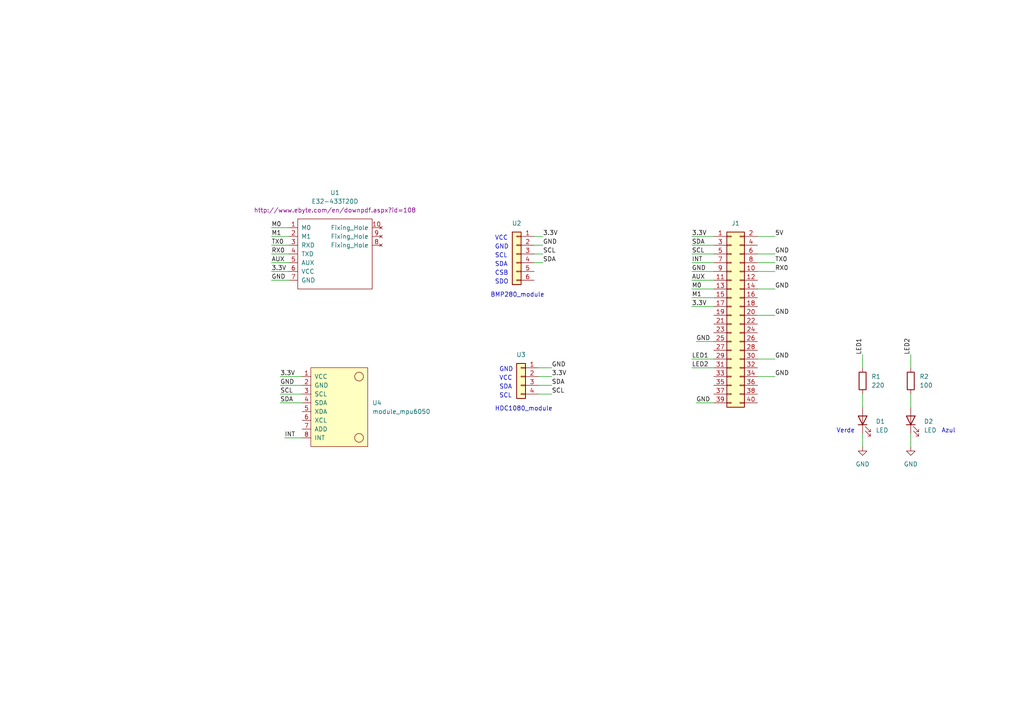
<source format=kicad_sch>
(kicad_sch (version 20211123) (generator eeschema)

  (uuid 4dc1ffec-b3a8-4aa0-b06d-8cb7b7ea63c6)

  (paper "A4")

  (title_block
    (title "CubeSat - Sensoriamento e Telecomunicação")
    (date "2023-10-06")
    (rev "1.0")
  )

  (lib_symbols
    (symbol "Connector_Generic:Conn_01x04" (pin_names (offset 1.016) hide) (in_bom yes) (on_board yes)
      (property "Reference" "J" (id 0) (at 0 5.08 0)
        (effects (font (size 1.27 1.27)))
      )
      (property "Value" "Conn_01x04" (id 1) (at 0 -7.62 0)
        (effects (font (size 1.27 1.27)))
      )
      (property "Footprint" "" (id 2) (at 0 0 0)
        (effects (font (size 1.27 1.27)) hide)
      )
      (property "Datasheet" "~" (id 3) (at 0 0 0)
        (effects (font (size 1.27 1.27)) hide)
      )
      (property "ki_keywords" "connector" (id 4) (at 0 0 0)
        (effects (font (size 1.27 1.27)) hide)
      )
      (property "ki_description" "Generic connector, single row, 01x04, script generated (kicad-library-utils/schlib/autogen/connector/)" (id 5) (at 0 0 0)
        (effects (font (size 1.27 1.27)) hide)
      )
      (property "ki_fp_filters" "Connector*:*_1x??_*" (id 6) (at 0 0 0)
        (effects (font (size 1.27 1.27)) hide)
      )
      (symbol "Conn_01x04_1_1"
        (rectangle (start -1.27 -4.953) (end 0 -5.207)
          (stroke (width 0.1524) (type default) (color 0 0 0 0))
          (fill (type none))
        )
        (rectangle (start -1.27 -2.413) (end 0 -2.667)
          (stroke (width 0.1524) (type default) (color 0 0 0 0))
          (fill (type none))
        )
        (rectangle (start -1.27 0.127) (end 0 -0.127)
          (stroke (width 0.1524) (type default) (color 0 0 0 0))
          (fill (type none))
        )
        (rectangle (start -1.27 2.667) (end 0 2.413)
          (stroke (width 0.1524) (type default) (color 0 0 0 0))
          (fill (type none))
        )
        (rectangle (start -1.27 3.81) (end 1.27 -6.35)
          (stroke (width 0.254) (type default) (color 0 0 0 0))
          (fill (type background))
        )
        (pin passive line (at -5.08 2.54 0) (length 3.81)
          (name "Pin_1" (effects (font (size 1.27 1.27))))
          (number "1" (effects (font (size 1.27 1.27))))
        )
        (pin passive line (at -5.08 0 0) (length 3.81)
          (name "Pin_2" (effects (font (size 1.27 1.27))))
          (number "2" (effects (font (size 1.27 1.27))))
        )
        (pin passive line (at -5.08 -2.54 0) (length 3.81)
          (name "Pin_3" (effects (font (size 1.27 1.27))))
          (number "3" (effects (font (size 1.27 1.27))))
        )
        (pin passive line (at -5.08 -5.08 0) (length 3.81)
          (name "Pin_4" (effects (font (size 1.27 1.27))))
          (number "4" (effects (font (size 1.27 1.27))))
        )
      )
    )
    (symbol "Connector_Generic:Conn_01x06" (pin_names (offset 1.016) hide) (in_bom yes) (on_board yes)
      (property "Reference" "J" (id 0) (at 0 7.62 0)
        (effects (font (size 1.27 1.27)))
      )
      (property "Value" "Conn_01x06" (id 1) (at 0 -10.16 0)
        (effects (font (size 1.27 1.27)))
      )
      (property "Footprint" "" (id 2) (at 0 0 0)
        (effects (font (size 1.27 1.27)) hide)
      )
      (property "Datasheet" "~" (id 3) (at 0 0 0)
        (effects (font (size 1.27 1.27)) hide)
      )
      (property "ki_keywords" "connector" (id 4) (at 0 0 0)
        (effects (font (size 1.27 1.27)) hide)
      )
      (property "ki_description" "Generic connector, single row, 01x06, script generated (kicad-library-utils/schlib/autogen/connector/)" (id 5) (at 0 0 0)
        (effects (font (size 1.27 1.27)) hide)
      )
      (property "ki_fp_filters" "Connector*:*_1x??_*" (id 6) (at 0 0 0)
        (effects (font (size 1.27 1.27)) hide)
      )
      (symbol "Conn_01x06_1_1"
        (rectangle (start -1.27 -7.493) (end 0 -7.747)
          (stroke (width 0.1524) (type default) (color 0 0 0 0))
          (fill (type none))
        )
        (rectangle (start -1.27 -4.953) (end 0 -5.207)
          (stroke (width 0.1524) (type default) (color 0 0 0 0))
          (fill (type none))
        )
        (rectangle (start -1.27 -2.413) (end 0 -2.667)
          (stroke (width 0.1524) (type default) (color 0 0 0 0))
          (fill (type none))
        )
        (rectangle (start -1.27 0.127) (end 0 -0.127)
          (stroke (width 0.1524) (type default) (color 0 0 0 0))
          (fill (type none))
        )
        (rectangle (start -1.27 2.667) (end 0 2.413)
          (stroke (width 0.1524) (type default) (color 0 0 0 0))
          (fill (type none))
        )
        (rectangle (start -1.27 5.207) (end 0 4.953)
          (stroke (width 0.1524) (type default) (color 0 0 0 0))
          (fill (type none))
        )
        (rectangle (start -1.27 6.35) (end 1.27 -8.89)
          (stroke (width 0.254) (type default) (color 0 0 0 0))
          (fill (type background))
        )
        (pin passive line (at -5.08 5.08 0) (length 3.81)
          (name "Pin_1" (effects (font (size 1.27 1.27))))
          (number "1" (effects (font (size 1.27 1.27))))
        )
        (pin passive line (at -5.08 2.54 0) (length 3.81)
          (name "Pin_2" (effects (font (size 1.27 1.27))))
          (number "2" (effects (font (size 1.27 1.27))))
        )
        (pin passive line (at -5.08 0 0) (length 3.81)
          (name "Pin_3" (effects (font (size 1.27 1.27))))
          (number "3" (effects (font (size 1.27 1.27))))
        )
        (pin passive line (at -5.08 -2.54 0) (length 3.81)
          (name "Pin_4" (effects (font (size 1.27 1.27))))
          (number "4" (effects (font (size 1.27 1.27))))
        )
        (pin passive line (at -5.08 -5.08 0) (length 3.81)
          (name "Pin_5" (effects (font (size 1.27 1.27))))
          (number "5" (effects (font (size 1.27 1.27))))
        )
        (pin passive line (at -5.08 -7.62 0) (length 3.81)
          (name "Pin_6" (effects (font (size 1.27 1.27))))
          (number "6" (effects (font (size 1.27 1.27))))
        )
      )
    )
    (symbol "Connector_Generic:Conn_02x20_Odd_Even" (pin_names (offset 1.016) hide) (in_bom yes) (on_board yes)
      (property "Reference" "J" (id 0) (at 1.27 25.4 0)
        (effects (font (size 1.27 1.27)))
      )
      (property "Value" "Conn_02x20_Odd_Even" (id 1) (at 1.27 -27.94 0)
        (effects (font (size 1.27 1.27)))
      )
      (property "Footprint" "" (id 2) (at 0 0 0)
        (effects (font (size 1.27 1.27)) hide)
      )
      (property "Datasheet" "~" (id 3) (at 0 0 0)
        (effects (font (size 1.27 1.27)) hide)
      )
      (property "ki_keywords" "connector" (id 4) (at 0 0 0)
        (effects (font (size 1.27 1.27)) hide)
      )
      (property "ki_description" "Generic connector, double row, 02x20, odd/even pin numbering scheme (row 1 odd numbers, row 2 even numbers), script generated (kicad-library-utils/schlib/autogen/connector/)" (id 5) (at 0 0 0)
        (effects (font (size 1.27 1.27)) hide)
      )
      (property "ki_fp_filters" "Connector*:*_2x??_*" (id 6) (at 0 0 0)
        (effects (font (size 1.27 1.27)) hide)
      )
      (symbol "Conn_02x20_Odd_Even_1_1"
        (rectangle (start -1.27 -25.273) (end 0 -25.527)
          (stroke (width 0.1524) (type default) (color 0 0 0 0))
          (fill (type none))
        )
        (rectangle (start -1.27 -22.733) (end 0 -22.987)
          (stroke (width 0.1524) (type default) (color 0 0 0 0))
          (fill (type none))
        )
        (rectangle (start -1.27 -20.193) (end 0 -20.447)
          (stroke (width 0.1524) (type default) (color 0 0 0 0))
          (fill (type none))
        )
        (rectangle (start -1.27 -17.653) (end 0 -17.907)
          (stroke (width 0.1524) (type default) (color 0 0 0 0))
          (fill (type none))
        )
        (rectangle (start -1.27 -15.113) (end 0 -15.367)
          (stroke (width 0.1524) (type default) (color 0 0 0 0))
          (fill (type none))
        )
        (rectangle (start -1.27 -12.573) (end 0 -12.827)
          (stroke (width 0.1524) (type default) (color 0 0 0 0))
          (fill (type none))
        )
        (rectangle (start -1.27 -10.033) (end 0 -10.287)
          (stroke (width 0.1524) (type default) (color 0 0 0 0))
          (fill (type none))
        )
        (rectangle (start -1.27 -7.493) (end 0 -7.747)
          (stroke (width 0.1524) (type default) (color 0 0 0 0))
          (fill (type none))
        )
        (rectangle (start -1.27 -4.953) (end 0 -5.207)
          (stroke (width 0.1524) (type default) (color 0 0 0 0))
          (fill (type none))
        )
        (rectangle (start -1.27 -2.413) (end 0 -2.667)
          (stroke (width 0.1524) (type default) (color 0 0 0 0))
          (fill (type none))
        )
        (rectangle (start -1.27 0.127) (end 0 -0.127)
          (stroke (width 0.1524) (type default) (color 0 0 0 0))
          (fill (type none))
        )
        (rectangle (start -1.27 2.667) (end 0 2.413)
          (stroke (width 0.1524) (type default) (color 0 0 0 0))
          (fill (type none))
        )
        (rectangle (start -1.27 5.207) (end 0 4.953)
          (stroke (width 0.1524) (type default) (color 0 0 0 0))
          (fill (type none))
        )
        (rectangle (start -1.27 7.747) (end 0 7.493)
          (stroke (width 0.1524) (type default) (color 0 0 0 0))
          (fill (type none))
        )
        (rectangle (start -1.27 10.287) (end 0 10.033)
          (stroke (width 0.1524) (type default) (color 0 0 0 0))
          (fill (type none))
        )
        (rectangle (start -1.27 12.827) (end 0 12.573)
          (stroke (width 0.1524) (type default) (color 0 0 0 0))
          (fill (type none))
        )
        (rectangle (start -1.27 15.367) (end 0 15.113)
          (stroke (width 0.1524) (type default) (color 0 0 0 0))
          (fill (type none))
        )
        (rectangle (start -1.27 17.907) (end 0 17.653)
          (stroke (width 0.1524) (type default) (color 0 0 0 0))
          (fill (type none))
        )
        (rectangle (start -1.27 20.447) (end 0 20.193)
          (stroke (width 0.1524) (type default) (color 0 0 0 0))
          (fill (type none))
        )
        (rectangle (start -1.27 22.987) (end 0 22.733)
          (stroke (width 0.1524) (type default) (color 0 0 0 0))
          (fill (type none))
        )
        (rectangle (start -1.27 24.13) (end 3.81 -26.67)
          (stroke (width 0.254) (type default) (color 0 0 0 0))
          (fill (type background))
        )
        (rectangle (start 3.81 -25.273) (end 2.54 -25.527)
          (stroke (width 0.1524) (type default) (color 0 0 0 0))
          (fill (type none))
        )
        (rectangle (start 3.81 -22.733) (end 2.54 -22.987)
          (stroke (width 0.1524) (type default) (color 0 0 0 0))
          (fill (type none))
        )
        (rectangle (start 3.81 -20.193) (end 2.54 -20.447)
          (stroke (width 0.1524) (type default) (color 0 0 0 0))
          (fill (type none))
        )
        (rectangle (start 3.81 -17.653) (end 2.54 -17.907)
          (stroke (width 0.1524) (type default) (color 0 0 0 0))
          (fill (type none))
        )
        (rectangle (start 3.81 -15.113) (end 2.54 -15.367)
          (stroke (width 0.1524) (type default) (color 0 0 0 0))
          (fill (type none))
        )
        (rectangle (start 3.81 -12.573) (end 2.54 -12.827)
          (stroke (width 0.1524) (type default) (color 0 0 0 0))
          (fill (type none))
        )
        (rectangle (start 3.81 -10.033) (end 2.54 -10.287)
          (stroke (width 0.1524) (type default) (color 0 0 0 0))
          (fill (type none))
        )
        (rectangle (start 3.81 -7.493) (end 2.54 -7.747)
          (stroke (width 0.1524) (type default) (color 0 0 0 0))
          (fill (type none))
        )
        (rectangle (start 3.81 -4.953) (end 2.54 -5.207)
          (stroke (width 0.1524) (type default) (color 0 0 0 0))
          (fill (type none))
        )
        (rectangle (start 3.81 -2.413) (end 2.54 -2.667)
          (stroke (width 0.1524) (type default) (color 0 0 0 0))
          (fill (type none))
        )
        (rectangle (start 3.81 0.127) (end 2.54 -0.127)
          (stroke (width 0.1524) (type default) (color 0 0 0 0))
          (fill (type none))
        )
        (rectangle (start 3.81 2.667) (end 2.54 2.413)
          (stroke (width 0.1524) (type default) (color 0 0 0 0))
          (fill (type none))
        )
        (rectangle (start 3.81 5.207) (end 2.54 4.953)
          (stroke (width 0.1524) (type default) (color 0 0 0 0))
          (fill (type none))
        )
        (rectangle (start 3.81 7.747) (end 2.54 7.493)
          (stroke (width 0.1524) (type default) (color 0 0 0 0))
          (fill (type none))
        )
        (rectangle (start 3.81 10.287) (end 2.54 10.033)
          (stroke (width 0.1524) (type default) (color 0 0 0 0))
          (fill (type none))
        )
        (rectangle (start 3.81 12.827) (end 2.54 12.573)
          (stroke (width 0.1524) (type default) (color 0 0 0 0))
          (fill (type none))
        )
        (rectangle (start 3.81 15.367) (end 2.54 15.113)
          (stroke (width 0.1524) (type default) (color 0 0 0 0))
          (fill (type none))
        )
        (rectangle (start 3.81 17.907) (end 2.54 17.653)
          (stroke (width 0.1524) (type default) (color 0 0 0 0))
          (fill (type none))
        )
        (rectangle (start 3.81 20.447) (end 2.54 20.193)
          (stroke (width 0.1524) (type default) (color 0 0 0 0))
          (fill (type none))
        )
        (rectangle (start 3.81 22.987) (end 2.54 22.733)
          (stroke (width 0.1524) (type default) (color 0 0 0 0))
          (fill (type none))
        )
        (pin passive line (at -5.08 22.86 0) (length 3.81)
          (name "Pin_1" (effects (font (size 1.27 1.27))))
          (number "1" (effects (font (size 1.27 1.27))))
        )
        (pin passive line (at 7.62 12.7 180) (length 3.81)
          (name "Pin_10" (effects (font (size 1.27 1.27))))
          (number "10" (effects (font (size 1.27 1.27))))
        )
        (pin passive line (at -5.08 10.16 0) (length 3.81)
          (name "Pin_11" (effects (font (size 1.27 1.27))))
          (number "11" (effects (font (size 1.27 1.27))))
        )
        (pin passive line (at 7.62 10.16 180) (length 3.81)
          (name "Pin_12" (effects (font (size 1.27 1.27))))
          (number "12" (effects (font (size 1.27 1.27))))
        )
        (pin passive line (at -5.08 7.62 0) (length 3.81)
          (name "Pin_13" (effects (font (size 1.27 1.27))))
          (number "13" (effects (font (size 1.27 1.27))))
        )
        (pin passive line (at 7.62 7.62 180) (length 3.81)
          (name "Pin_14" (effects (font (size 1.27 1.27))))
          (number "14" (effects (font (size 1.27 1.27))))
        )
        (pin passive line (at -5.08 5.08 0) (length 3.81)
          (name "Pin_15" (effects (font (size 1.27 1.27))))
          (number "15" (effects (font (size 1.27 1.27))))
        )
        (pin passive line (at 7.62 5.08 180) (length 3.81)
          (name "Pin_16" (effects (font (size 1.27 1.27))))
          (number "16" (effects (font (size 1.27 1.27))))
        )
        (pin passive line (at -5.08 2.54 0) (length 3.81)
          (name "Pin_17" (effects (font (size 1.27 1.27))))
          (number "17" (effects (font (size 1.27 1.27))))
        )
        (pin passive line (at 7.62 2.54 180) (length 3.81)
          (name "Pin_18" (effects (font (size 1.27 1.27))))
          (number "18" (effects (font (size 1.27 1.27))))
        )
        (pin passive line (at -5.08 0 0) (length 3.81)
          (name "Pin_19" (effects (font (size 1.27 1.27))))
          (number "19" (effects (font (size 1.27 1.27))))
        )
        (pin passive line (at 7.62 22.86 180) (length 3.81)
          (name "Pin_2" (effects (font (size 1.27 1.27))))
          (number "2" (effects (font (size 1.27 1.27))))
        )
        (pin passive line (at 7.62 0 180) (length 3.81)
          (name "Pin_20" (effects (font (size 1.27 1.27))))
          (number "20" (effects (font (size 1.27 1.27))))
        )
        (pin passive line (at -5.08 -2.54 0) (length 3.81)
          (name "Pin_21" (effects (font (size 1.27 1.27))))
          (number "21" (effects (font (size 1.27 1.27))))
        )
        (pin passive line (at 7.62 -2.54 180) (length 3.81)
          (name "Pin_22" (effects (font (size 1.27 1.27))))
          (number "22" (effects (font (size 1.27 1.27))))
        )
        (pin passive line (at -5.08 -5.08 0) (length 3.81)
          (name "Pin_23" (effects (font (size 1.27 1.27))))
          (number "23" (effects (font (size 1.27 1.27))))
        )
        (pin passive line (at 7.62 -5.08 180) (length 3.81)
          (name "Pin_24" (effects (font (size 1.27 1.27))))
          (number "24" (effects (font (size 1.27 1.27))))
        )
        (pin passive line (at -5.08 -7.62 0) (length 3.81)
          (name "Pin_25" (effects (font (size 1.27 1.27))))
          (number "25" (effects (font (size 1.27 1.27))))
        )
        (pin passive line (at 7.62 -7.62 180) (length 3.81)
          (name "Pin_26" (effects (font (size 1.27 1.27))))
          (number "26" (effects (font (size 1.27 1.27))))
        )
        (pin passive line (at -5.08 -10.16 0) (length 3.81)
          (name "Pin_27" (effects (font (size 1.27 1.27))))
          (number "27" (effects (font (size 1.27 1.27))))
        )
        (pin passive line (at 7.62 -10.16 180) (length 3.81)
          (name "Pin_28" (effects (font (size 1.27 1.27))))
          (number "28" (effects (font (size 1.27 1.27))))
        )
        (pin passive line (at -5.08 -12.7 0) (length 3.81)
          (name "Pin_29" (effects (font (size 1.27 1.27))))
          (number "29" (effects (font (size 1.27 1.27))))
        )
        (pin passive line (at -5.08 20.32 0) (length 3.81)
          (name "Pin_3" (effects (font (size 1.27 1.27))))
          (number "3" (effects (font (size 1.27 1.27))))
        )
        (pin passive line (at 7.62 -12.7 180) (length 3.81)
          (name "Pin_30" (effects (font (size 1.27 1.27))))
          (number "30" (effects (font (size 1.27 1.27))))
        )
        (pin passive line (at -5.08 -15.24 0) (length 3.81)
          (name "Pin_31" (effects (font (size 1.27 1.27))))
          (number "31" (effects (font (size 1.27 1.27))))
        )
        (pin passive line (at 7.62 -15.24 180) (length 3.81)
          (name "Pin_32" (effects (font (size 1.27 1.27))))
          (number "32" (effects (font (size 1.27 1.27))))
        )
        (pin passive line (at -5.08 -17.78 0) (length 3.81)
          (name "Pin_33" (effects (font (size 1.27 1.27))))
          (number "33" (effects (font (size 1.27 1.27))))
        )
        (pin passive line (at 7.62 -17.78 180) (length 3.81)
          (name "Pin_34" (effects (font (size 1.27 1.27))))
          (number "34" (effects (font (size 1.27 1.27))))
        )
        (pin passive line (at -5.08 -20.32 0) (length 3.81)
          (name "Pin_35" (effects (font (size 1.27 1.27))))
          (number "35" (effects (font (size 1.27 1.27))))
        )
        (pin passive line (at 7.62 -20.32 180) (length 3.81)
          (name "Pin_36" (effects (font (size 1.27 1.27))))
          (number "36" (effects (font (size 1.27 1.27))))
        )
        (pin passive line (at -5.08 -22.86 0) (length 3.81)
          (name "Pin_37" (effects (font (size 1.27 1.27))))
          (number "37" (effects (font (size 1.27 1.27))))
        )
        (pin passive line (at 7.62 -22.86 180) (length 3.81)
          (name "Pin_38" (effects (font (size 1.27 1.27))))
          (number "38" (effects (font (size 1.27 1.27))))
        )
        (pin passive line (at -5.08 -25.4 0) (length 3.81)
          (name "Pin_39" (effects (font (size 1.27 1.27))))
          (number "39" (effects (font (size 1.27 1.27))))
        )
        (pin passive line (at 7.62 20.32 180) (length 3.81)
          (name "Pin_4" (effects (font (size 1.27 1.27))))
          (number "4" (effects (font (size 1.27 1.27))))
        )
        (pin passive line (at 7.62 -25.4 180) (length 3.81)
          (name "Pin_40" (effects (font (size 1.27 1.27))))
          (number "40" (effects (font (size 1.27 1.27))))
        )
        (pin passive line (at -5.08 17.78 0) (length 3.81)
          (name "Pin_5" (effects (font (size 1.27 1.27))))
          (number "5" (effects (font (size 1.27 1.27))))
        )
        (pin passive line (at 7.62 17.78 180) (length 3.81)
          (name "Pin_6" (effects (font (size 1.27 1.27))))
          (number "6" (effects (font (size 1.27 1.27))))
        )
        (pin passive line (at -5.08 15.24 0) (length 3.81)
          (name "Pin_7" (effects (font (size 1.27 1.27))))
          (number "7" (effects (font (size 1.27 1.27))))
        )
        (pin passive line (at 7.62 15.24 180) (length 3.81)
          (name "Pin_8" (effects (font (size 1.27 1.27))))
          (number "8" (effects (font (size 1.27 1.27))))
        )
        (pin passive line (at -5.08 12.7 0) (length 3.81)
          (name "Pin_9" (effects (font (size 1.27 1.27))))
          (number "9" (effects (font (size 1.27 1.27))))
        )
      )
    )
    (symbol "Device:LED" (pin_numbers hide) (pin_names (offset 1.016) hide) (in_bom yes) (on_board yes)
      (property "Reference" "D" (id 0) (at 0 2.54 0)
        (effects (font (size 1.27 1.27)))
      )
      (property "Value" "LED" (id 1) (at 0 -2.54 0)
        (effects (font (size 1.27 1.27)))
      )
      (property "Footprint" "" (id 2) (at 0 0 0)
        (effects (font (size 1.27 1.27)) hide)
      )
      (property "Datasheet" "~" (id 3) (at 0 0 0)
        (effects (font (size 1.27 1.27)) hide)
      )
      (property "ki_keywords" "LED diode" (id 4) (at 0 0 0)
        (effects (font (size 1.27 1.27)) hide)
      )
      (property "ki_description" "Light emitting diode" (id 5) (at 0 0 0)
        (effects (font (size 1.27 1.27)) hide)
      )
      (property "ki_fp_filters" "LED* LED_SMD:* LED_THT:*" (id 6) (at 0 0 0)
        (effects (font (size 1.27 1.27)) hide)
      )
      (symbol "LED_0_1"
        (polyline
          (pts
            (xy -1.27 -1.27)
            (xy -1.27 1.27)
          )
          (stroke (width 0.254) (type default) (color 0 0 0 0))
          (fill (type none))
        )
        (polyline
          (pts
            (xy -1.27 0)
            (xy 1.27 0)
          )
          (stroke (width 0) (type default) (color 0 0 0 0))
          (fill (type none))
        )
        (polyline
          (pts
            (xy 1.27 -1.27)
            (xy 1.27 1.27)
            (xy -1.27 0)
            (xy 1.27 -1.27)
          )
          (stroke (width 0.254) (type default) (color 0 0 0 0))
          (fill (type none))
        )
        (polyline
          (pts
            (xy -3.048 -0.762)
            (xy -4.572 -2.286)
            (xy -3.81 -2.286)
            (xy -4.572 -2.286)
            (xy -4.572 -1.524)
          )
          (stroke (width 0) (type default) (color 0 0 0 0))
          (fill (type none))
        )
        (polyline
          (pts
            (xy -1.778 -0.762)
            (xy -3.302 -2.286)
            (xy -2.54 -2.286)
            (xy -3.302 -2.286)
            (xy -3.302 -1.524)
          )
          (stroke (width 0) (type default) (color 0 0 0 0))
          (fill (type none))
        )
      )
      (symbol "LED_1_1"
        (pin passive line (at -3.81 0 0) (length 2.54)
          (name "K" (effects (font (size 1.27 1.27))))
          (number "1" (effects (font (size 1.27 1.27))))
        )
        (pin passive line (at 3.81 0 180) (length 2.54)
          (name "A" (effects (font (size 1.27 1.27))))
          (number "2" (effects (font (size 1.27 1.27))))
        )
      )
    )
    (symbol "Device:R" (pin_numbers hide) (pin_names (offset 0)) (in_bom yes) (on_board yes)
      (property "Reference" "R" (id 0) (at 2.032 0 90)
        (effects (font (size 1.27 1.27)))
      )
      (property "Value" "R" (id 1) (at 0 0 90)
        (effects (font (size 1.27 1.27)))
      )
      (property "Footprint" "" (id 2) (at -1.778 0 90)
        (effects (font (size 1.27 1.27)) hide)
      )
      (property "Datasheet" "~" (id 3) (at 0 0 0)
        (effects (font (size 1.27 1.27)) hide)
      )
      (property "ki_keywords" "R res resistor" (id 4) (at 0 0 0)
        (effects (font (size 1.27 1.27)) hide)
      )
      (property "ki_description" "Resistor" (id 5) (at 0 0 0)
        (effects (font (size 1.27 1.27)) hide)
      )
      (property "ki_fp_filters" "R_*" (id 6) (at 0 0 0)
        (effects (font (size 1.27 1.27)) hide)
      )
      (symbol "R_0_1"
        (rectangle (start -1.016 -2.54) (end 1.016 2.54)
          (stroke (width 0.254) (type default) (color 0 0 0 0))
          (fill (type none))
        )
      )
      (symbol "R_1_1"
        (pin passive line (at 0 3.81 270) (length 1.27)
          (name "~" (effects (font (size 1.27 1.27))))
          (number "1" (effects (font (size 1.27 1.27))))
        )
        (pin passive line (at 0 -3.81 90) (length 1.27)
          (name "~" (effects (font (size 1.27 1.27))))
          (number "2" (effects (font (size 1.27 1.27))))
        )
      )
    )
    (symbol "E32-xxxT20D:E32-433T20D" (pin_names (offset 1.016)) (in_bom yes) (on_board yes)
      (property "Reference" "U" (id 0) (at 0 3.302 0)
        (effects (font (size 1.27 1.27)) (justify left))
      )
      (property "Value" "E32-433T20D" (id 1) (at 0 1.27 0)
        (effects (font (size 1.27 1.27)) (justify left))
      )
      (property "Footprint" "" (id 2) (at 0 0 0)
        (effects (font (size 1.27 1.27)) hide)
      )
      (property "Datasheet" "http://www.ebyte.com/en/downpdf.aspx?id=108" (id 3) (at 0 0 0)
        (effects (font (size 1.27 1.27)))
      )
      (symbol "E32-433T20D_0_1"
        (rectangle (start 0 0) (end 21.59 -20.32)
          (stroke (width 0) (type default) (color 0 0 0 0))
          (fill (type none))
        )
      )
      (symbol "E32-433T20D_1_0"
        (pin no_connect line (at 24.13 -7.62 180) (length 2.54)
          (name "Fixing_Hole" (effects (font (size 1.27 1.27))))
          (number "8" (effects (font (size 1.27 1.27))))
        )
      )
      (symbol "E32-433T20D_1_1"
        (pin input line (at -2.54 -2.54 0) (length 2.54)
          (name "M0" (effects (font (size 1.27 1.27))))
          (number "1" (effects (font (size 1.27 1.27))))
        )
        (pin no_connect line (at 24.13 -2.54 180) (length 2.54)
          (name "Fixing_Hole" (effects (font (size 1.27 1.27))))
          (number "10" (effects (font (size 1.27 1.27))))
        )
        (pin input line (at -2.54 -5.08 0) (length 2.54)
          (name "M1" (effects (font (size 1.27 1.27))))
          (number "2" (effects (font (size 1.27 1.27))))
        )
        (pin input line (at -2.54 -7.62 0) (length 2.54)
          (name "RXD" (effects (font (size 1.27 1.27))))
          (number "3" (effects (font (size 1.27 1.27))))
        )
        (pin output line (at -2.54 -10.16 0) (length 2.54)
          (name "TXD" (effects (font (size 1.27 1.27))))
          (number "4" (effects (font (size 1.27 1.27))))
        )
        (pin output line (at -2.54 -12.7 0) (length 2.54)
          (name "AUX" (effects (font (size 1.27 1.27))))
          (number "5" (effects (font (size 1.27 1.27))))
        )
        (pin input line (at -2.54 -15.24 0) (length 2.54)
          (name "VCC" (effects (font (size 1.27 1.27))))
          (number "6" (effects (font (size 1.27 1.27))))
        )
        (pin input line (at -2.54 -17.78 0) (length 2.54)
          (name "GND" (effects (font (size 1.27 1.27))))
          (number "7" (effects (font (size 1.27 1.27))))
        )
        (pin no_connect line (at 24.13 -5.08 180) (length 2.54)
          (name "Fixing_Hole" (effects (font (size 1.27 1.27))))
          (number "9" (effects (font (size 1.27 1.27))))
        )
      )
    )
    (symbol "power:GND" (power) (pin_names (offset 0)) (in_bom yes) (on_board yes)
      (property "Reference" "#PWR" (id 0) (at 0 -6.35 0)
        (effects (font (size 1.27 1.27)) hide)
      )
      (property "Value" "GND" (id 1) (at 0 -3.81 0)
        (effects (font (size 1.27 1.27)))
      )
      (property "Footprint" "" (id 2) (at 0 0 0)
        (effects (font (size 1.27 1.27)) hide)
      )
      (property "Datasheet" "" (id 3) (at 0 0 0)
        (effects (font (size 1.27 1.27)) hide)
      )
      (property "ki_keywords" "power-flag" (id 4) (at 0 0 0)
        (effects (font (size 1.27 1.27)) hide)
      )
      (property "ki_description" "Power symbol creates a global label with name \"GND\" , ground" (id 5) (at 0 0 0)
        (effects (font (size 1.27 1.27)) hide)
      )
      (symbol "GND_0_1"
        (polyline
          (pts
            (xy 0 0)
            (xy 0 -1.27)
            (xy 1.27 -1.27)
            (xy 0 -2.54)
            (xy -1.27 -1.27)
            (xy 0 -1.27)
          )
          (stroke (width 0) (type default) (color 0 0 0 0))
          (fill (type none))
        )
      )
      (symbol "GND_1_1"
        (pin power_in line (at 0 0 270) (length 0) hide
          (name "GND" (effects (font (size 1.27 1.27))))
          (number "1" (effects (font (size 1.27 1.27))))
        )
      )
    )
    (symbol "usini_sensors:module_mpu6050" (pin_names (offset 1.016)) (in_bom yes) (on_board yes)
      (property "Reference" "U" (id 0) (at 2.54 21.59 0)
        (effects (font (size 1.27 1.27)))
      )
      (property "Value" "module_mpu6050" (id 1) (at 11.43 -3.81 0)
        (effects (font (size 1.27 1.27)))
      )
      (property "Footprint" "usini_sensors:module_mpu6050" (id 2) (at 11.43 -6.35 0)
        (effects (font (size 1.27 1.27)) hide)
      )
      (property "Datasheet" "" (id 3) (at 0 6.35 0)
        (effects (font (size 1.27 1.27)) hide)
      )
      (symbol "module_mpu6050_0_1"
        (rectangle (start 2.54 20.32) (end 19.05 -2.54)
          (stroke (width 0) (type default) (color 0 0 0 0))
          (fill (type background))
        )
        (circle (center 16.51 0) (radius 1.27)
          (stroke (width 0) (type default) (color 0 0 0 0))
          (fill (type none))
        )
        (circle (center 16.51 17.78) (radius 1.27)
          (stroke (width 0) (type default) (color 0 0 0 0))
          (fill (type none))
        )
      )
      (symbol "module_mpu6050_1_1"
        (pin input line (at 0 17.78 0) (length 2.54)
          (name "VCC" (effects (font (size 1.27 1.27))))
          (number "1" (effects (font (size 1.27 1.27))))
        )
        (pin input line (at 0 15.24 0) (length 2.54)
          (name "GND" (effects (font (size 1.27 1.27))))
          (number "2" (effects (font (size 1.27 1.27))))
        )
        (pin input line (at 0 12.7 0) (length 2.54)
          (name "SCL" (effects (font (size 1.27 1.27))))
          (number "3" (effects (font (size 1.27 1.27))))
        )
        (pin input line (at 0 10.16 0) (length 2.54)
          (name "SDA" (effects (font (size 1.27 1.27))))
          (number "4" (effects (font (size 1.27 1.27))))
        )
        (pin input line (at 0 7.62 0) (length 2.54)
          (name "XDA" (effects (font (size 1.27 1.27))))
          (number "5" (effects (font (size 1.27 1.27))))
        )
        (pin input line (at 0 5.08 0) (length 2.54)
          (name "XCL" (effects (font (size 1.27 1.27))))
          (number "6" (effects (font (size 1.27 1.27))))
        )
        (pin input line (at 0 2.54 0) (length 2.54)
          (name "ADD" (effects (font (size 1.27 1.27))))
          (number "7" (effects (font (size 1.27 1.27))))
        )
        (pin input line (at 0 0 0) (length 2.54)
          (name "INT" (effects (font (size 1.27 1.27))))
          (number "8" (effects (font (size 1.27 1.27))))
        )
      )
    )
  )


  (wire (pts (xy 78.74 78.74) (xy 83.82 78.74))
    (stroke (width 0) (type default) (color 0 0 0 0))
    (uuid 00ae6986-03a4-47b2-86e6-5b9fbcc0f512)
  )
  (wire (pts (xy 201.93 99.06) (xy 207.01 99.06))
    (stroke (width 0) (type default) (color 0 0 0 0))
    (uuid 05e248f7-d7a4-497b-b461-6193d2d70560)
  )
  (wire (pts (xy 200.66 76.2) (xy 207.01 76.2))
    (stroke (width 0) (type default) (color 0 0 0 0))
    (uuid 0be3cfac-ab8d-4480-85ce-17adbb68aac9)
  )
  (wire (pts (xy 81.28 109.22) (xy 87.63 109.22))
    (stroke (width 0) (type default) (color 0 0 0 0))
    (uuid 0c3d0bcb-a323-4fec-bc22-988e244d3b97)
  )
  (wire (pts (xy 264.16 114.3) (xy 264.16 118.11))
    (stroke (width 0) (type default) (color 0 0 0 0))
    (uuid 12db865a-b984-4396-802d-47deb0018127)
  )
  (wire (pts (xy 156.21 114.3) (xy 160.02 114.3))
    (stroke (width 0) (type default) (color 0 0 0 0))
    (uuid 14ce13b6-5082-4c21-bf54-8dfd3895a8e8)
  )
  (wire (pts (xy 154.94 68.58) (xy 157.48 68.58))
    (stroke (width 0) (type default) (color 0 0 0 0))
    (uuid 1f39242e-1adb-4140-a62c-39b7b02fd4b5)
  )
  (wire (pts (xy 200.66 106.68) (xy 207.01 106.68))
    (stroke (width 0) (type default) (color 0 0 0 0))
    (uuid 1fa8aaac-ceb8-4c5b-bdb2-1f8f3f9afa0b)
  )
  (wire (pts (xy 78.74 81.28) (xy 83.82 81.28))
    (stroke (width 0) (type default) (color 0 0 0 0))
    (uuid 271cbfc5-1b8c-42cd-845a-513b0e45c362)
  )
  (wire (pts (xy 219.71 104.14) (xy 224.79 104.14))
    (stroke (width 0) (type default) (color 0 0 0 0))
    (uuid 2a60925e-d996-4fe9-a59f-63ee39fe29f6)
  )
  (wire (pts (xy 219.71 109.22) (xy 224.79 109.22))
    (stroke (width 0) (type default) (color 0 0 0 0))
    (uuid 2e86e4c7-322c-40d5-a3e3-974f4b4f5883)
  )
  (wire (pts (xy 264.16 102.87) (xy 264.16 106.68))
    (stroke (width 0) (type default) (color 0 0 0 0))
    (uuid 2fe2b785-f2fe-42cf-b405-99fe8cf96643)
  )
  (wire (pts (xy 219.71 76.2) (xy 224.79 76.2))
    (stroke (width 0) (type default) (color 0 0 0 0))
    (uuid 34f1484e-03eb-438d-93f6-c9491abc73ec)
  )
  (wire (pts (xy 82.55 127) (xy 87.63 127))
    (stroke (width 0) (type default) (color 0 0 0 0))
    (uuid 4250bbaf-0899-4e24-bdae-484787ef669d)
  )
  (wire (pts (xy 250.19 114.3) (xy 250.19 118.11))
    (stroke (width 0) (type default) (color 0 0 0 0))
    (uuid 42aa5fea-cfd4-4600-a1b8-1f8d41ae11b9)
  )
  (wire (pts (xy 78.74 76.2) (xy 83.82 76.2))
    (stroke (width 0) (type default) (color 0 0 0 0))
    (uuid 4df22d9a-cb99-4c08-b1a2-aa5cdf51c94b)
  )
  (wire (pts (xy 200.66 68.58) (xy 207.01 68.58))
    (stroke (width 0) (type default) (color 0 0 0 0))
    (uuid 4f80cb20-0a5f-4172-aecf-013c3dd19489)
  )
  (wire (pts (xy 78.74 71.12) (xy 83.82 71.12))
    (stroke (width 0) (type default) (color 0 0 0 0))
    (uuid 56cdf854-ab02-43de-8740-46640b666992)
  )
  (wire (pts (xy 154.94 73.66) (xy 157.48 73.66))
    (stroke (width 0) (type default) (color 0 0 0 0))
    (uuid 5ad47be7-9c55-475e-95d6-01a04f113dd0)
  )
  (wire (pts (xy 200.66 71.12) (xy 207.01 71.12))
    (stroke (width 0) (type default) (color 0 0 0 0))
    (uuid 5e721fa8-1552-4917-bcc1-cf3894cb0caa)
  )
  (wire (pts (xy 156.21 106.68) (xy 160.02 106.68))
    (stroke (width 0) (type default) (color 0 0 0 0))
    (uuid 5ea2a43b-7d92-4c27-a942-1670b202cb0e)
  )
  (wire (pts (xy 200.66 81.28) (xy 207.01 81.28))
    (stroke (width 0) (type default) (color 0 0 0 0))
    (uuid 6ba1b7a4-f50b-4d47-85db-238f09d4193e)
  )
  (wire (pts (xy 200.66 104.14) (xy 207.01 104.14))
    (stroke (width 0) (type default) (color 0 0 0 0))
    (uuid 71d4a551-5ba2-4edb-8adb-069fe1e56634)
  )
  (wire (pts (xy 200.66 88.9) (xy 207.01 88.9))
    (stroke (width 0) (type default) (color 0 0 0 0))
    (uuid 799d0d46-5e7f-452a-8c55-efd406c443e3)
  )
  (wire (pts (xy 219.71 83.82) (xy 224.79 83.82))
    (stroke (width 0) (type default) (color 0 0 0 0))
    (uuid 8144440b-533b-4ed2-912b-5db8d1fc5bb5)
  )
  (wire (pts (xy 200.66 86.36) (xy 207.01 86.36))
    (stroke (width 0) (type default) (color 0 0 0 0))
    (uuid 821ba65b-fdbe-4d75-b715-b77fb13bbe6d)
  )
  (wire (pts (xy 81.28 111.76) (xy 87.63 111.76))
    (stroke (width 0) (type default) (color 0 0 0 0))
    (uuid 8490a997-b986-4668-a40d-a89d34bc8129)
  )
  (wire (pts (xy 78.74 68.58) (xy 83.82 68.58))
    (stroke (width 0) (type default) (color 0 0 0 0))
    (uuid 8759cfc7-3586-4a63-8757-c6980e3923c9)
  )
  (wire (pts (xy 219.71 68.58) (xy 224.79 68.58))
    (stroke (width 0) (type default) (color 0 0 0 0))
    (uuid 8ec81505-28be-418e-9639-f0bad92bfe8a)
  )
  (wire (pts (xy 200.66 73.66) (xy 207.01 73.66))
    (stroke (width 0) (type default) (color 0 0 0 0))
    (uuid 973c95f4-2141-4819-90a6-e539ded7fb1c)
  )
  (wire (pts (xy 81.28 116.84) (xy 87.63 116.84))
    (stroke (width 0) (type default) (color 0 0 0 0))
    (uuid 97c1c301-7a5b-4871-a1fa-fe7166f7ebcd)
  )
  (wire (pts (xy 156.21 111.76) (xy 160.02 111.76))
    (stroke (width 0) (type default) (color 0 0 0 0))
    (uuid 99a76d81-910b-4ea0-9aca-30ce340a7e38)
  )
  (wire (pts (xy 200.66 83.82) (xy 207.01 83.82))
    (stroke (width 0) (type default) (color 0 0 0 0))
    (uuid 9a3e5c37-6ed4-485d-9324-087b1c6cbb59)
  )
  (wire (pts (xy 219.71 91.44) (xy 224.79 91.44))
    (stroke (width 0) (type default) (color 0 0 0 0))
    (uuid a52b56b3-5797-4441-8c09-03710c0b1426)
  )
  (wire (pts (xy 154.94 71.12) (xy 157.48 71.12))
    (stroke (width 0) (type default) (color 0 0 0 0))
    (uuid a6d20cda-c364-458a-a01a-037cec985014)
  )
  (wire (pts (xy 200.66 78.74) (xy 207.01 78.74))
    (stroke (width 0) (type default) (color 0 0 0 0))
    (uuid b02364ef-69e5-4498-8bb1-24723a289c5b)
  )
  (wire (pts (xy 201.93 116.84) (xy 207.01 116.84))
    (stroke (width 0) (type default) (color 0 0 0 0))
    (uuid b27b20de-91f9-438e-bb09-960c6f94362d)
  )
  (wire (pts (xy 250.19 125.73) (xy 250.19 129.54))
    (stroke (width 0) (type default) (color 0 0 0 0))
    (uuid c08cc4d3-6c7d-4ae1-9f92-e508506311a4)
  )
  (wire (pts (xy 250.19 102.87) (xy 250.19 106.68))
    (stroke (width 0) (type default) (color 0 0 0 0))
    (uuid c5ccc7de-b7f3-4798-bd23-3111af9f5f1e)
  )
  (wire (pts (xy 78.74 73.66) (xy 83.82 73.66))
    (stroke (width 0) (type default) (color 0 0 0 0))
    (uuid cb24ae60-861b-4ce1-a79a-5d3dbed5e580)
  )
  (wire (pts (xy 264.16 125.73) (xy 264.16 129.54))
    (stroke (width 0) (type default) (color 0 0 0 0))
    (uuid d47fba37-170e-4bac-bf7b-ecc1e3590706)
  )
  (wire (pts (xy 219.71 78.74) (xy 224.79 78.74))
    (stroke (width 0) (type default) (color 0 0 0 0))
    (uuid d5da0519-b83e-4e72-9d43-6f16c40a6c00)
  )
  (wire (pts (xy 156.21 109.22) (xy 160.02 109.22))
    (stroke (width 0) (type default) (color 0 0 0 0))
    (uuid e3c0c7d3-444c-4d70-83ea-ea4d9e463ffc)
  )
  (wire (pts (xy 78.74 66.04) (xy 83.82 66.04))
    (stroke (width 0) (type default) (color 0 0 0 0))
    (uuid ea29ca8c-a19a-4160-af95-35cff20c15e6)
  )
  (wire (pts (xy 154.94 76.2) (xy 157.48 76.2))
    (stroke (width 0) (type default) (color 0 0 0 0))
    (uuid f17828e1-8bd2-45fe-aca4-f7e69d5abe1f)
  )
  (wire (pts (xy 81.28 114.3) (xy 87.63 114.3))
    (stroke (width 0) (type default) (color 0 0 0 0))
    (uuid f5b7d3e5-4e96-4d70-af97-7658dca54dd7)
  )
  (wire (pts (xy 219.71 73.66) (xy 224.79 73.66))
    (stroke (width 0) (type default) (color 0 0 0 0))
    (uuid fa6048c8-3012-412d-9924-6ebfec64ea9b)
  )

  (text "SDO" (at 143.51 82.55 0)
    (effects (font (size 1.27 1.27)) (justify left bottom))
    (uuid 1ae67ed3-5cf1-47c6-9462-68872809cda5)
  )
  (text "CSB" (at 143.51 80.01 0)
    (effects (font (size 1.27 1.27)) (justify left bottom))
    (uuid 2f20edc0-3ece-4198-b13d-0a1409800afe)
  )
  (text "SCL" (at 144.78 115.57 0)
    (effects (font (size 1.27 1.27)) (justify left bottom))
    (uuid 30e6ca90-f851-47ee-992b-ba388a0ea1e8)
  )
  (text "SDA" (at 144.78 113.03 0)
    (effects (font (size 1.27 1.27)) (justify left bottom))
    (uuid 352d8170-e191-48bc-b0c8-878ea0c8adca)
  )
  (text "BMP280_module" (at 142.24 86.36 0)
    (effects (font (size 1.27 1.27)) (justify left bottom))
    (uuid 497232b1-da37-40e3-b57b-d411d8ba8c01)
  )
  (text "SDA" (at 143.51 77.47 0)
    (effects (font (size 1.27 1.27)) (justify left bottom))
    (uuid 7111d893-f765-4b97-8f0f-47175204de28)
  )
  (text "GND" (at 144.78 107.95 0)
    (effects (font (size 1.27 1.27)) (justify left bottom))
    (uuid 7a9e6cfa-fc88-4365-8892-8ca8ec4a8303)
  )
  (text "GND" (at 143.51 72.39 0)
    (effects (font (size 1.27 1.27)) (justify left bottom))
    (uuid 7b5e5c9d-f738-41b1-bc9e-97f3ab00bbf2)
  )
  (text "HDC1080_module" (at 143.51 119.38 0)
    (effects (font (size 1.27 1.27)) (justify left bottom))
    (uuid 94da837f-5368-42e6-9cc7-b0cab397d240)
  )
  (text "VCC" (at 143.51 69.85 0)
    (effects (font (size 1.27 1.27)) (justify left bottom))
    (uuid af55fa36-de66-42d1-b0f9-061d18a11c9f)
  )
  (text "VCC" (at 144.78 110.49 0)
    (effects (font (size 1.27 1.27)) (justify left bottom))
    (uuid b56c69cc-1072-4deb-b167-f360e3918180)
  )
  (text "Azul" (at 273.05 125.73 0)
    (effects (font (size 1.27 1.27)) (justify left bottom))
    (uuid b71be973-a57a-488a-ba4a-977ad403bf90)
  )
  (text "SCL" (at 143.51 74.93 0)
    (effects (font (size 1.27 1.27)) (justify left bottom))
    (uuid d61dc958-72e3-40db-8b6a-2bf6fc9930e2)
  )
  (text "Verde" (at 242.57 125.73 0)
    (effects (font (size 1.27 1.27)) (justify left bottom))
    (uuid e13cdd74-2afb-49dd-8a76-37533d0a05ae)
  )

  (label "SCL" (at 200.66 73.66 0)
    (effects (font (size 1.27 1.27)) (justify left bottom))
    (uuid 07ecb2cf-95a5-4d36-9c32-0944d0aa1d33)
  )
  (label "3.3V" (at 157.48 68.58 0)
    (effects (font (size 1.27 1.27)) (justify left bottom))
    (uuid 13dce599-8547-4e56-8963-19ce637c09da)
  )
  (label "SDA" (at 200.66 71.12 0)
    (effects (font (size 1.27 1.27)) (justify left bottom))
    (uuid 1844b9ec-dff5-4992-9915-b6ab68771541)
  )
  (label "LED1" (at 250.19 102.87 90)
    (effects (font (size 1.27 1.27)) (justify left bottom))
    (uuid 1a42371c-2bc2-49c8-86c1-92de6c778705)
  )
  (label "SCL" (at 157.48 73.66 0)
    (effects (font (size 1.27 1.27)) (justify left bottom))
    (uuid 20b61095-6894-4f0c-8324-12d72d528ff4)
  )
  (label "GND" (at 157.48 71.12 0)
    (effects (font (size 1.27 1.27)) (justify left bottom))
    (uuid 20fe7ae4-3404-4a3a-ac2e-93d001ce5dd4)
  )
  (label "LED2" (at 200.66 106.68 0)
    (effects (font (size 1.27 1.27)) (justify left bottom))
    (uuid 21ed8072-76d2-4c62-9360-cbea5ff179e0)
  )
  (label "TX0" (at 224.79 76.2 0)
    (effects (font (size 1.27 1.27)) (justify left bottom))
    (uuid 236ff71a-8a00-4013-b586-7a6cc078138b)
  )
  (label "AUX" (at 200.66 81.28 0)
    (effects (font (size 1.27 1.27)) (justify left bottom))
    (uuid 25c24029-9ab6-455f-9453-e567d29b0d84)
  )
  (label "LED1" (at 200.66 104.14 0)
    (effects (font (size 1.27 1.27)) (justify left bottom))
    (uuid 2b51d200-c212-4377-9be2-9b9edeb289a1)
  )
  (label "GND" (at 224.79 109.22 0)
    (effects (font (size 1.27 1.27)) (justify left bottom))
    (uuid 38435324-5089-445c-97b2-60dbcb47660b)
  )
  (label "3.3V" (at 160.02 109.22 0)
    (effects (font (size 1.27 1.27)) (justify left bottom))
    (uuid 39397683-cddf-4e40-b971-bb37c9b3a96e)
  )
  (label "5V" (at 224.79 68.58 0)
    (effects (font (size 1.27 1.27)) (justify left bottom))
    (uuid 4294c047-f72c-472e-ac63-963f47a181f5)
  )
  (label "INT" (at 82.55 127 0)
    (effects (font (size 1.27 1.27)) (justify left bottom))
    (uuid 4331e9ce-9112-4c02-8b3c-30880ed748c2)
  )
  (label "SCL" (at 160.02 114.3 0)
    (effects (font (size 1.27 1.27)) (justify left bottom))
    (uuid 4a61cd42-3b81-42cf-9099-9d73f287721d)
  )
  (label "3.3V" (at 200.66 68.58 0)
    (effects (font (size 1.27 1.27)) (justify left bottom))
    (uuid 51a57075-872e-4bc2-ac72-d402562fc1cf)
  )
  (label "LED2" (at 264.16 102.87 90)
    (effects (font (size 1.27 1.27)) (justify left bottom))
    (uuid 56eb65f2-4dc9-4016-b283-78a2825d31e9)
  )
  (label "GND" (at 224.79 73.66 0)
    (effects (font (size 1.27 1.27)) (justify left bottom))
    (uuid 5af93638-e5c5-482b-901c-c859a8f7e9ce)
  )
  (label "M0" (at 78.74 66.04 0)
    (effects (font (size 1.27 1.27)) (justify left bottom))
    (uuid 6d7b07a1-e0a0-4f82-9418-a5c5f0de7803)
  )
  (label "TX0" (at 78.74 71.12 0)
    (effects (font (size 1.27 1.27)) (justify left bottom))
    (uuid 704d0730-1890-42cc-82c5-e2a6f02c2235)
  )
  (label "M1" (at 78.74 68.58 0)
    (effects (font (size 1.27 1.27)) (justify left bottom))
    (uuid 7d7fb5b6-8c1e-47ea-95d1-0eb41f30bda9)
  )
  (label "GND" (at 160.02 106.68 0)
    (effects (font (size 1.27 1.27)) (justify left bottom))
    (uuid 804eeb7d-f1c5-4473-bbbd-d0ad2be55af7)
  )
  (label "GND" (at 78.74 81.28 0)
    (effects (font (size 1.27 1.27)) (justify left bottom))
    (uuid 818a6df2-bc69-4aa1-a8d6-2f1dc115ab96)
  )
  (label "M1" (at 200.66 86.36 0)
    (effects (font (size 1.27 1.27)) (justify left bottom))
    (uuid 8738d932-6e73-43ff-8a8a-a7281282eab4)
  )
  (label "SDA" (at 157.48 76.2 0)
    (effects (font (size 1.27 1.27)) (justify left bottom))
    (uuid 95a1c6d9-c02c-4d33-9b1b-27cbc8520aa1)
  )
  (label "GND" (at 224.79 104.14 0)
    (effects (font (size 1.27 1.27)) (justify left bottom))
    (uuid 98c5b41a-6dac-4b88-8a35-bbc350b05867)
  )
  (label "GND" (at 201.93 99.06 0)
    (effects (font (size 1.27 1.27)) (justify left bottom))
    (uuid 9f08f79a-1f0f-45a6-97ff-550a1c7c2aa6)
  )
  (label "INT" (at 200.66 76.2 0)
    (effects (font (size 1.27 1.27)) (justify left bottom))
    (uuid a2190117-8275-4841-96ca-9ac25664c36a)
  )
  (label "GND" (at 200.66 78.74 0)
    (effects (font (size 1.27 1.27)) (justify left bottom))
    (uuid b136fb1c-5d10-45ad-9b72-300e18a11f5f)
  )
  (label "GND" (at 224.79 83.82 0)
    (effects (font (size 1.27 1.27)) (justify left bottom))
    (uuid b189062d-8adf-484a-9dfb-439ca9f1f865)
  )
  (label "M0" (at 200.66 83.82 0)
    (effects (font (size 1.27 1.27)) (justify left bottom))
    (uuid b725db0e-4b50-47df-921d-26b47c8e10c4)
  )
  (label "RX0" (at 78.74 73.66 0)
    (effects (font (size 1.27 1.27)) (justify left bottom))
    (uuid b8de5d85-c22c-41ba-b4ac-a343b682c636)
  )
  (label "GND" (at 201.93 116.84 0)
    (effects (font (size 1.27 1.27)) (justify left bottom))
    (uuid bd6efa83-03e2-4273-b3af-c23444b8c3a4)
  )
  (label "3.3V" (at 81.28 109.22 0)
    (effects (font (size 1.27 1.27)) (justify left bottom))
    (uuid c021429a-aff3-4dc2-8bcb-fd68691b7326)
  )
  (label "GND" (at 81.28 111.76 0)
    (effects (font (size 1.27 1.27)) (justify left bottom))
    (uuid c3da46a3-d2e1-4cb0-9225-2cf940f6f95c)
  )
  (label "3.3V" (at 200.66 88.9 0)
    (effects (font (size 1.27 1.27)) (justify left bottom))
    (uuid c8c41130-8afb-4b5e-bb90-7a20a056997c)
  )
  (label "3.3V" (at 78.74 78.74 0)
    (effects (font (size 1.27 1.27)) (justify left bottom))
    (uuid ccb4bbc3-3be3-4032-a464-c4c520e14390)
  )
  (label "SDA" (at 81.28 116.84 0)
    (effects (font (size 1.27 1.27)) (justify left bottom))
    (uuid cceb1934-f97a-4cd8-8882-77e1fd05f0ab)
  )
  (label "AUX" (at 78.74 76.2 0)
    (effects (font (size 1.27 1.27)) (justify left bottom))
    (uuid cdbc5468-e36f-4051-9187-2689c92e186f)
  )
  (label "RX0" (at 224.79 78.74 0)
    (effects (font (size 1.27 1.27)) (justify left bottom))
    (uuid d09135f3-9e15-49f7-af6e-73c609aebe3c)
  )
  (label "SCL" (at 81.28 114.3 0)
    (effects (font (size 1.27 1.27)) (justify left bottom))
    (uuid d496ead6-e2e5-41d0-a87d-eb1bf35d21ad)
  )
  (label "GND" (at 224.79 91.44 0)
    (effects (font (size 1.27 1.27)) (justify left bottom))
    (uuid d9d8439a-6227-4715-af3e-6bb1af866f50)
  )
  (label "SDA" (at 160.02 111.76 0)
    (effects (font (size 1.27 1.27)) (justify left bottom))
    (uuid fec6a6ed-dba3-4722-b274-ad01af504f03)
  )

  (symbol (lib_id "Connector_Generic:Conn_02x20_Odd_Even") (at 212.09 91.44 0) (unit 1)
    (in_bom yes) (on_board yes) (fields_autoplaced)
    (uuid 111f28ba-694d-4649-ae3e-1526417eb50e)
    (property "Reference" "J1" (id 0) (at 213.36 64.77 0))
    (property "Value" "Conn_02x20_Odd_Even" (id 1) (at 213.36 64.77 0)
      (effects (font (size 1.27 1.27)) hide)
    )
    (property "Footprint" "Guilherme:OBSAT-Board" (id 2) (at 212.09 91.44 0)
      (effects (font (size 1.27 1.27)) hide)
    )
    (property "Datasheet" "~" (id 3) (at 212.09 91.44 0)
      (effects (font (size 1.27 1.27)) hide)
    )
    (pin "1" (uuid bbeb15bd-4f2f-48de-b2de-a5d83c5f5a05))
    (pin "10" (uuid 78507f51-3a5e-4213-b50a-5532c10c8c8c))
    (pin "11" (uuid a7da5df2-9041-4fa7-b2a2-c3de05329c5f))
    (pin "12" (uuid ac9e6d73-4d75-4e2a-a27e-02f349463f10))
    (pin "13" (uuid 77e77b63-3375-4de3-bb70-f491052a537d))
    (pin "14" (uuid a6edffe9-76b5-4de8-b08f-4e244f4fcc5c))
    (pin "15" (uuid 348ace81-49f6-4c6b-9b35-f4df34988a7f))
    (pin "16" (uuid e63cbffb-3546-4b63-857d-8b3cd2a6958b))
    (pin "17" (uuid f84311ec-a730-4fde-a4b4-08c0c58743a0))
    (pin "18" (uuid 299e9798-68ad-46d4-a898-28334cf4d795))
    (pin "19" (uuid e9e31f8d-ff24-4b29-95a4-cb7612151327))
    (pin "2" (uuid a34e3891-ffa8-497a-904b-a76fd5b2f390))
    (pin "20" (uuid 55181d61-ebc7-4875-97ec-7c27b625f2f1))
    (pin "21" (uuid 6502c780-c404-40f1-a17a-4295ad51775f))
    (pin "22" (uuid 12087a15-51e1-4f3e-93bf-7904244a7b30))
    (pin "23" (uuid da68cb36-3fdc-434a-9dcb-ae2fbee78219))
    (pin "24" (uuid 5f5e5cac-0dee-4456-a90a-1f46d5d10124))
    (pin "25" (uuid a9680ed6-a9ab-4a3c-b7ef-d5a024d3dab4))
    (pin "26" (uuid 73059dde-ff32-41cc-877f-63b6254d42bb))
    (pin "27" (uuid f519b407-554d-4950-8723-40e732073dd8))
    (pin "28" (uuid 18133dd1-2685-4c77-8b09-48e85a9f8391))
    (pin "29" (uuid feb89310-fadc-45ef-b4e4-8adfc0c37df5))
    (pin "3" (uuid a1d25d7f-bd05-41a7-9a13-d1b839fe950f))
    (pin "30" (uuid 64dd2289-e608-478f-a75f-6f6418d3a9e4))
    (pin "31" (uuid 8c196423-7e45-45ff-babf-aa35182fea57))
    (pin "32" (uuid aeee8030-620f-48f9-aba0-ec85a05a1a5a))
    (pin "33" (uuid 36c878da-1bf9-4c03-b30b-543d4f940ce0))
    (pin "34" (uuid 0a5d7d24-fab5-4573-b1e1-fb5decc41b82))
    (pin "35" (uuid 940a29fd-4ec5-4679-adf7-8188665e72a1))
    (pin "36" (uuid b28a695f-8673-4c78-96dc-c248dfee4ff1))
    (pin "37" (uuid eb1a6dd8-5ef7-4820-be16-804ec6b96a2b))
    (pin "38" (uuid b67e77c7-56ca-45e9-8464-6235cd365baa))
    (pin "39" (uuid eacca9f0-727c-4896-8a84-f2cda5cdfad6))
    (pin "4" (uuid 5b0ba206-70f2-4a73-9695-eef99e57c403))
    (pin "40" (uuid b0025788-a944-49d9-96f1-6a6714d805d0))
    (pin "5" (uuid c686d443-f7ec-47ba-bf2c-a7550378ec3a))
    (pin "6" (uuid b546742c-ed7e-4c04-89cf-b03bd1613493))
    (pin "7" (uuid 114a7a8b-d62d-4828-9786-19e871afc4da))
    (pin "8" (uuid a0c63f8a-60f0-4b9a-86a9-8baa4a55c6ca))
    (pin "9" (uuid 650fae1f-6441-4dc5-9688-754b6624564a))
  )

  (symbol (lib_id "E32-xxxT20D:E32-433T20D") (at 86.36 63.5 0) (unit 1)
    (in_bom yes) (on_board yes) (fields_autoplaced)
    (uuid 3068f389-a484-44d0-b82d-49bc6d83fcd1)
    (property "Reference" "U1" (id 0) (at 97.155 55.88 0))
    (property "Value" "E32-433T20D" (id 1) (at 97.155 58.42 0))
    (property "Footprint" "Guilherme:E32-xxxT20D" (id 2) (at 86.36 63.5 0)
      (effects (font (size 1.27 1.27)) hide)
    )
    (property "Datasheet" "http://www.ebyte.com/en/downpdf.aspx?id=108" (id 3) (at 97.155 60.96 0))
    (pin "8" (uuid 37ffe7b0-e983-401f-b9dc-c3abb6c500b1))
    (pin "1" (uuid e16e03f8-dd68-450a-9831-c2d2c352ebb7))
    (pin "10" (uuid 61650f81-efa9-41e0-af0f-c501a42541a1))
    (pin "2" (uuid b5d44010-94b3-4667-8a64-837a5e9a7182))
    (pin "3" (uuid f047f225-d18f-47c5-92d2-30192651ed8f))
    (pin "4" (uuid 168cbf48-d58b-453a-b14f-25c4f91c0de3))
    (pin "5" (uuid f97cd12f-722f-4566-a7ea-25051e4ec262))
    (pin "6" (uuid 70c317fb-e7bf-489f-bd17-379a080d10c9))
    (pin "7" (uuid dad9aa0a-c8e9-448a-96b0-f65ea93c22f7))
    (pin "9" (uuid 5c8a9eb7-eb19-478f-b1c8-b85fbd9fe3e9))
  )

  (symbol (lib_id "Device:LED") (at 264.16 121.92 90) (unit 1)
    (in_bom yes) (on_board yes) (fields_autoplaced)
    (uuid 5954eeb0-ac21-4eb2-a89d-38a415978dbe)
    (property "Reference" "D2" (id 0) (at 267.97 122.2374 90)
      (effects (font (size 1.27 1.27)) (justify right))
    )
    (property "Value" "LED" (id 1) (at 267.97 124.7774 90)
      (effects (font (size 1.27 1.27)) (justify right))
    )
    (property "Footprint" "LED_THT:LED_D5.0mm" (id 2) (at 264.16 121.92 0)
      (effects (font (size 1.27 1.27)) hide)
    )
    (property "Datasheet" "~" (id 3) (at 264.16 121.92 0)
      (effects (font (size 1.27 1.27)) hide)
    )
    (pin "1" (uuid d4576a5a-db4c-4421-a04e-d9fb007b87fa))
    (pin "2" (uuid 1ecf8341-aea0-44a4-80c2-4621e10e8279))
  )

  (symbol (lib_id "usini_sensors:module_mpu6050") (at 87.63 127 0) (unit 1)
    (in_bom yes) (on_board yes) (fields_autoplaced)
    (uuid 5b070fbb-5a7a-4cc5-9077-114828229922)
    (property "Reference" "U4" (id 0) (at 107.95 116.8399 0)
      (effects (font (size 1.27 1.27)) (justify left))
    )
    (property "Value" "module_mpu6050" (id 1) (at 107.95 119.3799 0)
      (effects (font (size 1.27 1.27)) (justify left))
    )
    (property "Footprint" "usini_sensors:module_mpu6050" (id 2) (at 99.06 133.35 0)
      (effects (font (size 1.27 1.27)) hide)
    )
    (property "Datasheet" "" (id 3) (at 87.63 120.65 0)
      (effects (font (size 1.27 1.27)) hide)
    )
    (pin "1" (uuid fcaee804-56c4-4f0c-a68a-41366658b207))
    (pin "2" (uuid 0c6421d6-cf36-4ee4-9fa4-3573586c5c54))
    (pin "3" (uuid 07525f1b-17cd-49e0-87cf-07e672153ee1))
    (pin "4" (uuid 8769fedb-904a-4bd7-879c-0563db340583))
    (pin "5" (uuid acf3a0ab-d33f-4d0e-8e82-2c8e525d5445))
    (pin "6" (uuid 1c1ca879-e841-4856-9946-9a3afe5d9455))
    (pin "7" (uuid 673a7a17-e7fa-4edb-83a4-c8d3414893e9))
    (pin "8" (uuid d9cc4ca6-f112-47d6-a91d-07784060162f))
  )

  (symbol (lib_id "Device:R") (at 264.16 110.49 0) (unit 1)
    (in_bom yes) (on_board yes) (fields_autoplaced)
    (uuid 806994dd-8789-4aed-97a8-03b79a4b4605)
    (property "Reference" "R2" (id 0) (at 266.7 109.2199 0)
      (effects (font (size 1.27 1.27)) (justify left))
    )
    (property "Value" "100" (id 1) (at 266.7 111.7599 0)
      (effects (font (size 1.27 1.27)) (justify left))
    )
    (property "Footprint" "Resistor_THT:R_Axial_DIN0204_L3.6mm_D1.6mm_P7.62mm_Horizontal" (id 2) (at 262.382 110.49 90)
      (effects (font (size 1.27 1.27)) hide)
    )
    (property "Datasheet" "~" (id 3) (at 264.16 110.49 0)
      (effects (font (size 1.27 1.27)) hide)
    )
    (pin "1" (uuid 417826fd-a5ea-45ee-8fad-eec8b3558b4e))
    (pin "2" (uuid 3e310232-ed8a-4cfc-8f04-404963cb1068))
  )

  (symbol (lib_id "Device:LED") (at 250.19 121.92 90) (unit 1)
    (in_bom yes) (on_board yes) (fields_autoplaced)
    (uuid 8d43a8a3-7a2c-4e69-8168-5ca5098bb505)
    (property "Reference" "D1" (id 0) (at 254 122.2374 90)
      (effects (font (size 1.27 1.27)) (justify right))
    )
    (property "Value" "LED" (id 1) (at 254 124.7774 90)
      (effects (font (size 1.27 1.27)) (justify right))
    )
    (property "Footprint" "LED_THT:LED_D5.0mm" (id 2) (at 250.19 121.92 0)
      (effects (font (size 1.27 1.27)) hide)
    )
    (property "Datasheet" "~" (id 3) (at 250.19 121.92 0)
      (effects (font (size 1.27 1.27)) hide)
    )
    (pin "1" (uuid 74f668fb-ae4e-4e28-9be1-6e3007f49926))
    (pin "2" (uuid 3542f213-9c2b-4329-8408-5598a5b80adf))
  )

  (symbol (lib_id "Device:R") (at 250.19 110.49 180) (unit 1)
    (in_bom yes) (on_board yes) (fields_autoplaced)
    (uuid 920c82aa-61db-4c98-8cc0-b2742edb6af1)
    (property "Reference" "R1" (id 0) (at 252.73 109.2199 0)
      (effects (font (size 1.27 1.27)) (justify right))
    )
    (property "Value" "220" (id 1) (at 252.73 111.7599 0)
      (effects (font (size 1.27 1.27)) (justify right))
    )
    (property "Footprint" "Resistor_THT:R_Axial_DIN0204_L3.6mm_D1.6mm_P7.62mm_Horizontal" (id 2) (at 251.968 110.49 90)
      (effects (font (size 1.27 1.27)) hide)
    )
    (property "Datasheet" "~" (id 3) (at 250.19 110.49 0)
      (effects (font (size 1.27 1.27)) hide)
    )
    (pin "1" (uuid 8a5ca0d8-8c53-487a-9fb6-77062af702ec))
    (pin "2" (uuid 09c0774f-9f05-4849-bdf1-8620bbe8f4a3))
  )

  (symbol (lib_id "power:GND") (at 250.19 129.54 0) (unit 1)
    (in_bom yes) (on_board yes) (fields_autoplaced)
    (uuid c13ad0f2-b825-4e49-93fe-eed14731be60)
    (property "Reference" "#PWR02" (id 0) (at 250.19 135.89 0)
      (effects (font (size 1.27 1.27)) hide)
    )
    (property "Value" "GND" (id 1) (at 250.19 134.62 0))
    (property "Footprint" "" (id 2) (at 250.19 129.54 0)
      (effects (font (size 1.27 1.27)) hide)
    )
    (property "Datasheet" "" (id 3) (at 250.19 129.54 0)
      (effects (font (size 1.27 1.27)) hide)
    )
    (pin "1" (uuid 288e5bce-e6a6-4b6c-b219-65675f6a1faf))
  )

  (symbol (lib_id "Connector_Generic:Conn_01x06") (at 149.86 73.66 0) (mirror y) (unit 1)
    (in_bom yes) (on_board yes)
    (uuid d39ee643-5978-4ad8-a188-1fe9efa8a5b9)
    (property "Reference" "U2" (id 0) (at 149.86 64.77 0))
    (property "Value" "Conn_01x06" (id 1) (at 149.86 64.77 0)
      (effects (font (size 1.27 1.27) bold) hide)
    )
    (property "Footprint" "Connector_PinSocket_2.54mm:PinSocket_1x06_P2.54mm_Vertical" (id 2) (at 149.86 73.66 0)
      (effects (font (size 1.27 1.27)) hide)
    )
    (property "Datasheet" "~" (id 3) (at 149.86 73.66 0)
      (effects (font (size 1.27 1.27)) hide)
    )
    (pin "1" (uuid 05e726b3-42d4-4395-9b08-f7bd118f30c5))
    (pin "2" (uuid a8922f2e-65b4-44c3-99ae-8f6454f60337))
    (pin "3" (uuid 6d2a8420-ed8f-44e4-9857-f65d1b6c5e8f))
    (pin "4" (uuid 9f9fd72a-27de-443a-8f16-10a6a7ec65b9))
    (pin "5" (uuid 1f1fbcfe-b3ac-4493-b714-aa5212da2511))
    (pin "6" (uuid c4f071f6-338f-4bca-8349-fafc05b50496))
  )

  (symbol (lib_id "Connector_Generic:Conn_01x04") (at 151.13 109.22 0) (mirror y) (unit 1)
    (in_bom yes) (on_board yes)
    (uuid eb174ab4-d630-4493-b0b3-a1cb106eb2af)
    (property "Reference" "U3" (id 0) (at 151.13 102.87 0))
    (property "Value" "Conn_01x04" (id 1) (at 151.13 102.87 0)
      (effects (font (size 1.27 1.27)) hide)
    )
    (property "Footprint" "Connector_PinSocket_2.54mm:PinSocket_1x04_P2.54mm_Vertical" (id 2) (at 151.13 109.22 0)
      (effects (font (size 1.27 1.27)) hide)
    )
    (property "Datasheet" "~" (id 3) (at 151.13 109.22 0)
      (effects (font (size 1.27 1.27)) hide)
    )
    (pin "1" (uuid 71c87e8a-b9f3-437e-9423-623086a3561a))
    (pin "2" (uuid bff5cee7-4fd7-4967-a489-40c1b2e4cf6d))
    (pin "3" (uuid 015a2a24-a776-46b8-8074-8af4944d057d))
    (pin "4" (uuid 00e4f959-7f33-4913-befe-d8e0d5dde636))
  )

  (symbol (lib_id "power:GND") (at 264.16 129.54 0) (unit 1)
    (in_bom yes) (on_board yes) (fields_autoplaced)
    (uuid eed53e2c-4aa5-4d0a-b5e8-d21f847c1bbd)
    (property "Reference" "#PWR03" (id 0) (at 264.16 135.89 0)
      (effects (font (size 1.27 1.27)) hide)
    )
    (property "Value" "GND" (id 1) (at 264.16 134.62 0))
    (property "Footprint" "" (id 2) (at 264.16 129.54 0)
      (effects (font (size 1.27 1.27)) hide)
    )
    (property "Datasheet" "" (id 3) (at 264.16 129.54 0)
      (effects (font (size 1.27 1.27)) hide)
    )
    (pin "1" (uuid 42ade097-5c3a-4b7c-8ea7-3c110a866ce2))
  )

  (sheet_instances
    (path "/" (page "1"))
  )

  (symbol_instances
    (path "/c13ad0f2-b825-4e49-93fe-eed14731be60"
      (reference "#PWR02") (unit 1) (value "GND") (footprint "")
    )
    (path "/eed53e2c-4aa5-4d0a-b5e8-d21f847c1bbd"
      (reference "#PWR03") (unit 1) (value "GND") (footprint "")
    )
    (path "/8d43a8a3-7a2c-4e69-8168-5ca5098bb505"
      (reference "D1") (unit 1) (value "LED") (footprint "LED_THT:LED_D5.0mm")
    )
    (path "/5954eeb0-ac21-4eb2-a89d-38a415978dbe"
      (reference "D2") (unit 1) (value "LED") (footprint "LED_THT:LED_D5.0mm")
    )
    (path "/111f28ba-694d-4649-ae3e-1526417eb50e"
      (reference "J1") (unit 1) (value "Conn_02x20_Odd_Even") (footprint "Guilherme:OBSAT-Board")
    )
    (path "/920c82aa-61db-4c98-8cc0-b2742edb6af1"
      (reference "R1") (unit 1) (value "220") (footprint "Resistor_THT:R_Axial_DIN0204_L3.6mm_D1.6mm_P7.62mm_Horizontal")
    )
    (path "/806994dd-8789-4aed-97a8-03b79a4b4605"
      (reference "R2") (unit 1) (value "100") (footprint "Resistor_THT:R_Axial_DIN0204_L3.6mm_D1.6mm_P7.62mm_Horizontal")
    )
    (path "/3068f389-a484-44d0-b82d-49bc6d83fcd1"
      (reference "U1") (unit 1) (value "E32-433T20D") (footprint "Guilherme:E32-xxxT20D")
    )
    (path "/d39ee643-5978-4ad8-a188-1fe9efa8a5b9"
      (reference "U2") (unit 1) (value "Conn_01x06") (footprint "Connector_PinSocket_2.54mm:PinSocket_1x06_P2.54mm_Vertical")
    )
    (path "/eb174ab4-d630-4493-b0b3-a1cb106eb2af"
      (reference "U3") (unit 1) (value "Conn_01x04") (footprint "Connector_PinSocket_2.54mm:PinSocket_1x04_P2.54mm_Vertical")
    )
    (path "/5b070fbb-5a7a-4cc5-9077-114828229922"
      (reference "U4") (unit 1) (value "module_mpu6050") (footprint "usini_sensors:module_mpu6050")
    )
  )
)

</source>
